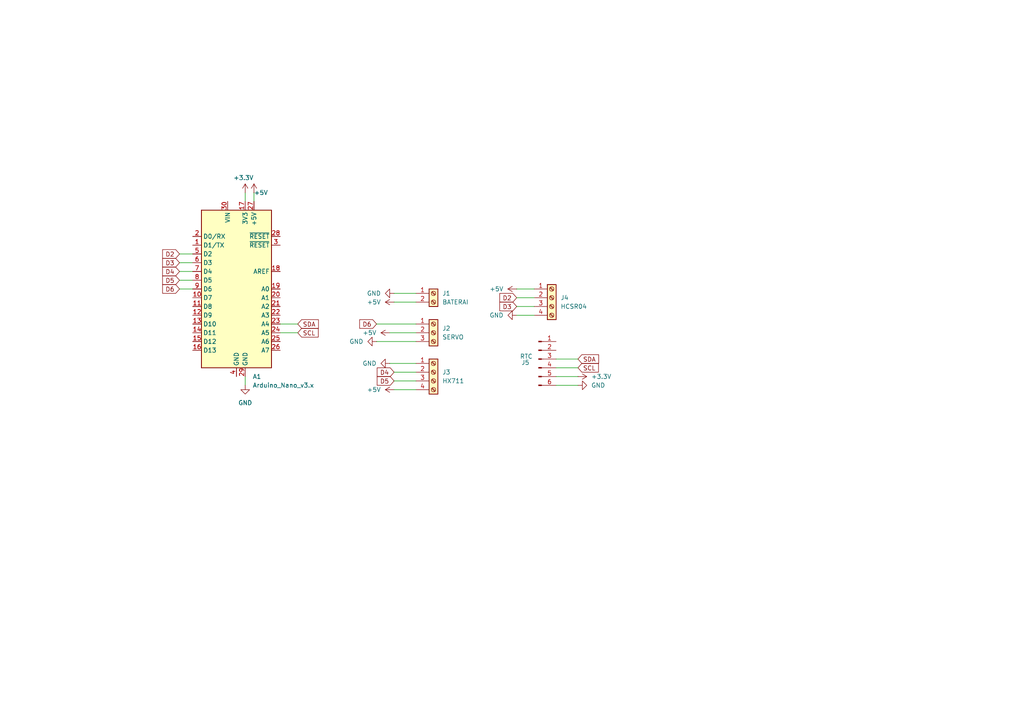
<source format=kicad_sch>
(kicad_sch
	(version 20250114)
	(generator "eeschema")
	(generator_version "9.0")
	(uuid "03d5a449-36f4-49aa-aa82-463a5cf395ff")
	(paper "A4")
	(lib_symbols
		(symbol "Connector:Conn_01x06_Pin"
			(pin_names
				(offset 1.016)
				(hide yes)
			)
			(exclude_from_sim no)
			(in_bom yes)
			(on_board yes)
			(property "Reference" "J"
				(at 0 7.62 0)
				(effects
					(font
						(size 1.27 1.27)
					)
				)
			)
			(property "Value" "Conn_01x06_Pin"
				(at 0 -10.16 0)
				(effects
					(font
						(size 1.27 1.27)
					)
				)
			)
			(property "Footprint" ""
				(at 0 0 0)
				(effects
					(font
						(size 1.27 1.27)
					)
					(hide yes)
				)
			)
			(property "Datasheet" "~"
				(at 0 0 0)
				(effects
					(font
						(size 1.27 1.27)
					)
					(hide yes)
				)
			)
			(property "Description" "Generic connector, single row, 01x06, script generated"
				(at 0 0 0)
				(effects
					(font
						(size 1.27 1.27)
					)
					(hide yes)
				)
			)
			(property "ki_locked" ""
				(at 0 0 0)
				(effects
					(font
						(size 1.27 1.27)
					)
				)
			)
			(property "ki_keywords" "connector"
				(at 0 0 0)
				(effects
					(font
						(size 1.27 1.27)
					)
					(hide yes)
				)
			)
			(property "ki_fp_filters" "Connector*:*_1x??_*"
				(at 0 0 0)
				(effects
					(font
						(size 1.27 1.27)
					)
					(hide yes)
				)
			)
			(symbol "Conn_01x06_Pin_1_1"
				(rectangle
					(start 0.8636 5.207)
					(end 0 4.953)
					(stroke
						(width 0.1524)
						(type default)
					)
					(fill
						(type outline)
					)
				)
				(rectangle
					(start 0.8636 2.667)
					(end 0 2.413)
					(stroke
						(width 0.1524)
						(type default)
					)
					(fill
						(type outline)
					)
				)
				(rectangle
					(start 0.8636 0.127)
					(end 0 -0.127)
					(stroke
						(width 0.1524)
						(type default)
					)
					(fill
						(type outline)
					)
				)
				(rectangle
					(start 0.8636 -2.413)
					(end 0 -2.667)
					(stroke
						(width 0.1524)
						(type default)
					)
					(fill
						(type outline)
					)
				)
				(rectangle
					(start 0.8636 -4.953)
					(end 0 -5.207)
					(stroke
						(width 0.1524)
						(type default)
					)
					(fill
						(type outline)
					)
				)
				(rectangle
					(start 0.8636 -7.493)
					(end 0 -7.747)
					(stroke
						(width 0.1524)
						(type default)
					)
					(fill
						(type outline)
					)
				)
				(polyline
					(pts
						(xy 1.27 5.08) (xy 0.8636 5.08)
					)
					(stroke
						(width 0.1524)
						(type default)
					)
					(fill
						(type none)
					)
				)
				(polyline
					(pts
						(xy 1.27 2.54) (xy 0.8636 2.54)
					)
					(stroke
						(width 0.1524)
						(type default)
					)
					(fill
						(type none)
					)
				)
				(polyline
					(pts
						(xy 1.27 0) (xy 0.8636 0)
					)
					(stroke
						(width 0.1524)
						(type default)
					)
					(fill
						(type none)
					)
				)
				(polyline
					(pts
						(xy 1.27 -2.54) (xy 0.8636 -2.54)
					)
					(stroke
						(width 0.1524)
						(type default)
					)
					(fill
						(type none)
					)
				)
				(polyline
					(pts
						(xy 1.27 -5.08) (xy 0.8636 -5.08)
					)
					(stroke
						(width 0.1524)
						(type default)
					)
					(fill
						(type none)
					)
				)
				(polyline
					(pts
						(xy 1.27 -7.62) (xy 0.8636 -7.62)
					)
					(stroke
						(width 0.1524)
						(type default)
					)
					(fill
						(type none)
					)
				)
				(pin passive line
					(at 5.08 5.08 180)
					(length 3.81)
					(name "Pin_1"
						(effects
							(font
								(size 1.27 1.27)
							)
						)
					)
					(number "1"
						(effects
							(font
								(size 1.27 1.27)
							)
						)
					)
				)
				(pin passive line
					(at 5.08 2.54 180)
					(length 3.81)
					(name "Pin_2"
						(effects
							(font
								(size 1.27 1.27)
							)
						)
					)
					(number "2"
						(effects
							(font
								(size 1.27 1.27)
							)
						)
					)
				)
				(pin passive line
					(at 5.08 0 180)
					(length 3.81)
					(name "Pin_3"
						(effects
							(font
								(size 1.27 1.27)
							)
						)
					)
					(number "3"
						(effects
							(font
								(size 1.27 1.27)
							)
						)
					)
				)
				(pin passive line
					(at 5.08 -2.54 180)
					(length 3.81)
					(name "Pin_4"
						(effects
							(font
								(size 1.27 1.27)
							)
						)
					)
					(number "4"
						(effects
							(font
								(size 1.27 1.27)
							)
						)
					)
				)
				(pin passive line
					(at 5.08 -5.08 180)
					(length 3.81)
					(name "Pin_5"
						(effects
							(font
								(size 1.27 1.27)
							)
						)
					)
					(number "5"
						(effects
							(font
								(size 1.27 1.27)
							)
						)
					)
				)
				(pin passive line
					(at 5.08 -7.62 180)
					(length 3.81)
					(name "Pin_6"
						(effects
							(font
								(size 1.27 1.27)
							)
						)
					)
					(number "6"
						(effects
							(font
								(size 1.27 1.27)
							)
						)
					)
				)
			)
			(embedded_fonts no)
		)
		(symbol "Connector:Screw_Terminal_01x02"
			(pin_names
				(offset 1.016)
				(hide yes)
			)
			(exclude_from_sim no)
			(in_bom yes)
			(on_board yes)
			(property "Reference" "J"
				(at 0 2.54 0)
				(effects
					(font
						(size 1.27 1.27)
					)
				)
			)
			(property "Value" "Screw_Terminal_01x02"
				(at 0 -5.08 0)
				(effects
					(font
						(size 1.27 1.27)
					)
				)
			)
			(property "Footprint" ""
				(at 0 0 0)
				(effects
					(font
						(size 1.27 1.27)
					)
					(hide yes)
				)
			)
			(property "Datasheet" "~"
				(at 0 0 0)
				(effects
					(font
						(size 1.27 1.27)
					)
					(hide yes)
				)
			)
			(property "Description" "Generic screw terminal, single row, 01x02, script generated (kicad-library-utils/schlib/autogen/connector/)"
				(at 0 0 0)
				(effects
					(font
						(size 1.27 1.27)
					)
					(hide yes)
				)
			)
			(property "ki_keywords" "screw terminal"
				(at 0 0 0)
				(effects
					(font
						(size 1.27 1.27)
					)
					(hide yes)
				)
			)
			(property "ki_fp_filters" "TerminalBlock*:*"
				(at 0 0 0)
				(effects
					(font
						(size 1.27 1.27)
					)
					(hide yes)
				)
			)
			(symbol "Screw_Terminal_01x02_1_1"
				(rectangle
					(start -1.27 1.27)
					(end 1.27 -3.81)
					(stroke
						(width 0.254)
						(type default)
					)
					(fill
						(type background)
					)
				)
				(polyline
					(pts
						(xy -0.5334 0.3302) (xy 0.3302 -0.508)
					)
					(stroke
						(width 0.1524)
						(type default)
					)
					(fill
						(type none)
					)
				)
				(polyline
					(pts
						(xy -0.5334 -2.2098) (xy 0.3302 -3.048)
					)
					(stroke
						(width 0.1524)
						(type default)
					)
					(fill
						(type none)
					)
				)
				(polyline
					(pts
						(xy -0.3556 0.508) (xy 0.508 -0.3302)
					)
					(stroke
						(width 0.1524)
						(type default)
					)
					(fill
						(type none)
					)
				)
				(polyline
					(pts
						(xy -0.3556 -2.032) (xy 0.508 -2.8702)
					)
					(stroke
						(width 0.1524)
						(type default)
					)
					(fill
						(type none)
					)
				)
				(circle
					(center 0 0)
					(radius 0.635)
					(stroke
						(width 0.1524)
						(type default)
					)
					(fill
						(type none)
					)
				)
				(circle
					(center 0 -2.54)
					(radius 0.635)
					(stroke
						(width 0.1524)
						(type default)
					)
					(fill
						(type none)
					)
				)
				(pin passive line
					(at -5.08 0 0)
					(length 3.81)
					(name "Pin_1"
						(effects
							(font
								(size 1.27 1.27)
							)
						)
					)
					(number "1"
						(effects
							(font
								(size 1.27 1.27)
							)
						)
					)
				)
				(pin passive line
					(at -5.08 -2.54 0)
					(length 3.81)
					(name "Pin_2"
						(effects
							(font
								(size 1.27 1.27)
							)
						)
					)
					(number "2"
						(effects
							(font
								(size 1.27 1.27)
							)
						)
					)
				)
			)
			(embedded_fonts no)
		)
		(symbol "Connector:Screw_Terminal_01x03"
			(pin_names
				(offset 1.016)
				(hide yes)
			)
			(exclude_from_sim no)
			(in_bom yes)
			(on_board yes)
			(property "Reference" "J"
				(at 0 5.08 0)
				(effects
					(font
						(size 1.27 1.27)
					)
				)
			)
			(property "Value" "Screw_Terminal_01x03"
				(at 0 -5.08 0)
				(effects
					(font
						(size 1.27 1.27)
					)
				)
			)
			(property "Footprint" ""
				(at 0 0 0)
				(effects
					(font
						(size 1.27 1.27)
					)
					(hide yes)
				)
			)
			(property "Datasheet" "~"
				(at 0 0 0)
				(effects
					(font
						(size 1.27 1.27)
					)
					(hide yes)
				)
			)
			(property "Description" "Generic screw terminal, single row, 01x03, script generated (kicad-library-utils/schlib/autogen/connector/)"
				(at 0 0 0)
				(effects
					(font
						(size 1.27 1.27)
					)
					(hide yes)
				)
			)
			(property "ki_keywords" "screw terminal"
				(at 0 0 0)
				(effects
					(font
						(size 1.27 1.27)
					)
					(hide yes)
				)
			)
			(property "ki_fp_filters" "TerminalBlock*:*"
				(at 0 0 0)
				(effects
					(font
						(size 1.27 1.27)
					)
					(hide yes)
				)
			)
			(symbol "Screw_Terminal_01x03_1_1"
				(rectangle
					(start -1.27 3.81)
					(end 1.27 -3.81)
					(stroke
						(width 0.254)
						(type default)
					)
					(fill
						(type background)
					)
				)
				(polyline
					(pts
						(xy -0.5334 2.8702) (xy 0.3302 2.032)
					)
					(stroke
						(width 0.1524)
						(type default)
					)
					(fill
						(type none)
					)
				)
				(polyline
					(pts
						(xy -0.5334 0.3302) (xy 0.3302 -0.508)
					)
					(stroke
						(width 0.1524)
						(type default)
					)
					(fill
						(type none)
					)
				)
				(polyline
					(pts
						(xy -0.5334 -2.2098) (xy 0.3302 -3.048)
					)
					(stroke
						(width 0.1524)
						(type default)
					)
					(fill
						(type none)
					)
				)
				(polyline
					(pts
						(xy -0.3556 3.048) (xy 0.508 2.2098)
					)
					(stroke
						(width 0.1524)
						(type default)
					)
					(fill
						(type none)
					)
				)
				(polyline
					(pts
						(xy -0.3556 0.508) (xy 0.508 -0.3302)
					)
					(stroke
						(width 0.1524)
						(type default)
					)
					(fill
						(type none)
					)
				)
				(polyline
					(pts
						(xy -0.3556 -2.032) (xy 0.508 -2.8702)
					)
					(stroke
						(width 0.1524)
						(type default)
					)
					(fill
						(type none)
					)
				)
				(circle
					(center 0 2.54)
					(radius 0.635)
					(stroke
						(width 0.1524)
						(type default)
					)
					(fill
						(type none)
					)
				)
				(circle
					(center 0 0)
					(radius 0.635)
					(stroke
						(width 0.1524)
						(type default)
					)
					(fill
						(type none)
					)
				)
				(circle
					(center 0 -2.54)
					(radius 0.635)
					(stroke
						(width 0.1524)
						(type default)
					)
					(fill
						(type none)
					)
				)
				(pin passive line
					(at -5.08 2.54 0)
					(length 3.81)
					(name "Pin_1"
						(effects
							(font
								(size 1.27 1.27)
							)
						)
					)
					(number "1"
						(effects
							(font
								(size 1.27 1.27)
							)
						)
					)
				)
				(pin passive line
					(at -5.08 0 0)
					(length 3.81)
					(name "Pin_2"
						(effects
							(font
								(size 1.27 1.27)
							)
						)
					)
					(number "2"
						(effects
							(font
								(size 1.27 1.27)
							)
						)
					)
				)
				(pin passive line
					(at -5.08 -2.54 0)
					(length 3.81)
					(name "Pin_3"
						(effects
							(font
								(size 1.27 1.27)
							)
						)
					)
					(number "3"
						(effects
							(font
								(size 1.27 1.27)
							)
						)
					)
				)
			)
			(embedded_fonts no)
		)
		(symbol "Connector:Screw_Terminal_01x04"
			(pin_names
				(offset 1.016)
				(hide yes)
			)
			(exclude_from_sim no)
			(in_bom yes)
			(on_board yes)
			(property "Reference" "J"
				(at 0 5.08 0)
				(effects
					(font
						(size 1.27 1.27)
					)
				)
			)
			(property "Value" "Screw_Terminal_01x04"
				(at 0 -7.62 0)
				(effects
					(font
						(size 1.27 1.27)
					)
				)
			)
			(property "Footprint" ""
				(at 0 0 0)
				(effects
					(font
						(size 1.27 1.27)
					)
					(hide yes)
				)
			)
			(property "Datasheet" "~"
				(at 0 0 0)
				(effects
					(font
						(size 1.27 1.27)
					)
					(hide yes)
				)
			)
			(property "Description" "Generic screw terminal, single row, 01x04, script generated (kicad-library-utils/schlib/autogen/connector/)"
				(at 0 0 0)
				(effects
					(font
						(size 1.27 1.27)
					)
					(hide yes)
				)
			)
			(property "ki_keywords" "screw terminal"
				(at 0 0 0)
				(effects
					(font
						(size 1.27 1.27)
					)
					(hide yes)
				)
			)
			(property "ki_fp_filters" "TerminalBlock*:*"
				(at 0 0 0)
				(effects
					(font
						(size 1.27 1.27)
					)
					(hide yes)
				)
			)
			(symbol "Screw_Terminal_01x04_1_1"
				(rectangle
					(start -1.27 3.81)
					(end 1.27 -6.35)
					(stroke
						(width 0.254)
						(type default)
					)
					(fill
						(type background)
					)
				)
				(polyline
					(pts
						(xy -0.5334 2.8702) (xy 0.3302 2.032)
					)
					(stroke
						(width 0.1524)
						(type default)
					)
					(fill
						(type none)
					)
				)
				(polyline
					(pts
						(xy -0.5334 0.3302) (xy 0.3302 -0.508)
					)
					(stroke
						(width 0.1524)
						(type default)
					)
					(fill
						(type none)
					)
				)
				(polyline
					(pts
						(xy -0.5334 -2.2098) (xy 0.3302 -3.048)
					)
					(stroke
						(width 0.1524)
						(type default)
					)
					(fill
						(type none)
					)
				)
				(polyline
					(pts
						(xy -0.5334 -4.7498) (xy 0.3302 -5.588)
					)
					(stroke
						(width 0.1524)
						(type default)
					)
					(fill
						(type none)
					)
				)
				(polyline
					(pts
						(xy -0.3556 3.048) (xy 0.508 2.2098)
					)
					(stroke
						(width 0.1524)
						(type default)
					)
					(fill
						(type none)
					)
				)
				(polyline
					(pts
						(xy -0.3556 0.508) (xy 0.508 -0.3302)
					)
					(stroke
						(width 0.1524)
						(type default)
					)
					(fill
						(type none)
					)
				)
				(polyline
					(pts
						(xy -0.3556 -2.032) (xy 0.508 -2.8702)
					)
					(stroke
						(width 0.1524)
						(type default)
					)
					(fill
						(type none)
					)
				)
				(polyline
					(pts
						(xy -0.3556 -4.572) (xy 0.508 -5.4102)
					)
					(stroke
						(width 0.1524)
						(type default)
					)
					(fill
						(type none)
					)
				)
				(circle
					(center 0 2.54)
					(radius 0.635)
					(stroke
						(width 0.1524)
						(type default)
					)
					(fill
						(type none)
					)
				)
				(circle
					(center 0 0)
					(radius 0.635)
					(stroke
						(width 0.1524)
						(type default)
					)
					(fill
						(type none)
					)
				)
				(circle
					(center 0 -2.54)
					(radius 0.635)
					(stroke
						(width 0.1524)
						(type default)
					)
					(fill
						(type none)
					)
				)
				(circle
					(center 0 -5.08)
					(radius 0.635)
					(stroke
						(width 0.1524)
						(type default)
					)
					(fill
						(type none)
					)
				)
				(pin passive line
					(at -5.08 2.54 0)
					(length 3.81)
					(name "Pin_1"
						(effects
							(font
								(size 1.27 1.27)
							)
						)
					)
					(number "1"
						(effects
							(font
								(size 1.27 1.27)
							)
						)
					)
				)
				(pin passive line
					(at -5.08 0 0)
					(length 3.81)
					(name "Pin_2"
						(effects
							(font
								(size 1.27 1.27)
							)
						)
					)
					(number "2"
						(effects
							(font
								(size 1.27 1.27)
							)
						)
					)
				)
				(pin passive line
					(at -5.08 -2.54 0)
					(length 3.81)
					(name "Pin_3"
						(effects
							(font
								(size 1.27 1.27)
							)
						)
					)
					(number "3"
						(effects
							(font
								(size 1.27 1.27)
							)
						)
					)
				)
				(pin passive line
					(at -5.08 -5.08 0)
					(length 3.81)
					(name "Pin_4"
						(effects
							(font
								(size 1.27 1.27)
							)
						)
					)
					(number "4"
						(effects
							(font
								(size 1.27 1.27)
							)
						)
					)
				)
			)
			(embedded_fonts no)
		)
		(symbol "MCU_Module:Arduino_Nano_v3.x"
			(exclude_from_sim no)
			(in_bom yes)
			(on_board yes)
			(property "Reference" "A"
				(at -10.16 23.495 0)
				(effects
					(font
						(size 1.27 1.27)
					)
					(justify left bottom)
				)
			)
			(property "Value" "Arduino_Nano_v3.x"
				(at 5.08 -24.13 0)
				(effects
					(font
						(size 1.27 1.27)
					)
					(justify left top)
				)
			)
			(property "Footprint" "Module:Arduino_Nano"
				(at 0 0 0)
				(effects
					(font
						(size 1.27 1.27)
						(italic yes)
					)
					(hide yes)
				)
			)
			(property "Datasheet" "http://www.mouser.com/pdfdocs/Gravitech_Arduino_Nano3_0.pdf"
				(at 0 0 0)
				(effects
					(font
						(size 1.27 1.27)
					)
					(hide yes)
				)
			)
			(property "Description" "Arduino Nano v3.x"
				(at 0 0 0)
				(effects
					(font
						(size 1.27 1.27)
					)
					(hide yes)
				)
			)
			(property "ki_keywords" "Arduino nano microcontroller module USB"
				(at 0 0 0)
				(effects
					(font
						(size 1.27 1.27)
					)
					(hide yes)
				)
			)
			(property "ki_fp_filters" "Arduino*Nano*"
				(at 0 0 0)
				(effects
					(font
						(size 1.27 1.27)
					)
					(hide yes)
				)
			)
			(symbol "Arduino_Nano_v3.x_0_1"
				(rectangle
					(start -10.16 22.86)
					(end 10.16 -22.86)
					(stroke
						(width 0.254)
						(type default)
					)
					(fill
						(type background)
					)
				)
			)
			(symbol "Arduino_Nano_v3.x_1_1"
				(pin bidirectional line
					(at -12.7 15.24 0)
					(length 2.54)
					(name "D0/RX"
						(effects
							(font
								(size 1.27 1.27)
							)
						)
					)
					(number "2"
						(effects
							(font
								(size 1.27 1.27)
							)
						)
					)
				)
				(pin bidirectional line
					(at -12.7 12.7 0)
					(length 2.54)
					(name "D1/TX"
						(effects
							(font
								(size 1.27 1.27)
							)
						)
					)
					(number "1"
						(effects
							(font
								(size 1.27 1.27)
							)
						)
					)
				)
				(pin bidirectional line
					(at -12.7 10.16 0)
					(length 2.54)
					(name "D2"
						(effects
							(font
								(size 1.27 1.27)
							)
						)
					)
					(number "5"
						(effects
							(font
								(size 1.27 1.27)
							)
						)
					)
				)
				(pin bidirectional line
					(at -12.7 7.62 0)
					(length 2.54)
					(name "D3"
						(effects
							(font
								(size 1.27 1.27)
							)
						)
					)
					(number "6"
						(effects
							(font
								(size 1.27 1.27)
							)
						)
					)
				)
				(pin bidirectional line
					(at -12.7 5.08 0)
					(length 2.54)
					(name "D4"
						(effects
							(font
								(size 1.27 1.27)
							)
						)
					)
					(number "7"
						(effects
							(font
								(size 1.27 1.27)
							)
						)
					)
				)
				(pin bidirectional line
					(at -12.7 2.54 0)
					(length 2.54)
					(name "D5"
						(effects
							(font
								(size 1.27 1.27)
							)
						)
					)
					(number "8"
						(effects
							(font
								(size 1.27 1.27)
							)
						)
					)
				)
				(pin bidirectional line
					(at -12.7 0 0)
					(length 2.54)
					(name "D6"
						(effects
							(font
								(size 1.27 1.27)
							)
						)
					)
					(number "9"
						(effects
							(font
								(size 1.27 1.27)
							)
						)
					)
				)
				(pin bidirectional line
					(at -12.7 -2.54 0)
					(length 2.54)
					(name "D7"
						(effects
							(font
								(size 1.27 1.27)
							)
						)
					)
					(number "10"
						(effects
							(font
								(size 1.27 1.27)
							)
						)
					)
				)
				(pin bidirectional line
					(at -12.7 -5.08 0)
					(length 2.54)
					(name "D8"
						(effects
							(font
								(size 1.27 1.27)
							)
						)
					)
					(number "11"
						(effects
							(font
								(size 1.27 1.27)
							)
						)
					)
				)
				(pin bidirectional line
					(at -12.7 -7.62 0)
					(length 2.54)
					(name "D9"
						(effects
							(font
								(size 1.27 1.27)
							)
						)
					)
					(number "12"
						(effects
							(font
								(size 1.27 1.27)
							)
						)
					)
				)
				(pin bidirectional line
					(at -12.7 -10.16 0)
					(length 2.54)
					(name "D10"
						(effects
							(font
								(size 1.27 1.27)
							)
						)
					)
					(number "13"
						(effects
							(font
								(size 1.27 1.27)
							)
						)
					)
				)
				(pin bidirectional line
					(at -12.7 -12.7 0)
					(length 2.54)
					(name "D11"
						(effects
							(font
								(size 1.27 1.27)
							)
						)
					)
					(number "14"
						(effects
							(font
								(size 1.27 1.27)
							)
						)
					)
				)
				(pin bidirectional line
					(at -12.7 -15.24 0)
					(length 2.54)
					(name "D12"
						(effects
							(font
								(size 1.27 1.27)
							)
						)
					)
					(number "15"
						(effects
							(font
								(size 1.27 1.27)
							)
						)
					)
				)
				(pin bidirectional line
					(at -12.7 -17.78 0)
					(length 2.54)
					(name "D13"
						(effects
							(font
								(size 1.27 1.27)
							)
						)
					)
					(number "16"
						(effects
							(font
								(size 1.27 1.27)
							)
						)
					)
				)
				(pin power_in line
					(at -2.54 25.4 270)
					(length 2.54)
					(name "VIN"
						(effects
							(font
								(size 1.27 1.27)
							)
						)
					)
					(number "30"
						(effects
							(font
								(size 1.27 1.27)
							)
						)
					)
				)
				(pin power_in line
					(at 0 -25.4 90)
					(length 2.54)
					(name "GND"
						(effects
							(font
								(size 1.27 1.27)
							)
						)
					)
					(number "4"
						(effects
							(font
								(size 1.27 1.27)
							)
						)
					)
				)
				(pin power_out line
					(at 2.54 25.4 270)
					(length 2.54)
					(name "3V3"
						(effects
							(font
								(size 1.27 1.27)
							)
						)
					)
					(number "17"
						(effects
							(font
								(size 1.27 1.27)
							)
						)
					)
				)
				(pin power_in line
					(at 2.54 -25.4 90)
					(length 2.54)
					(name "GND"
						(effects
							(font
								(size 1.27 1.27)
							)
						)
					)
					(number "29"
						(effects
							(font
								(size 1.27 1.27)
							)
						)
					)
				)
				(pin power_out line
					(at 5.08 25.4 270)
					(length 2.54)
					(name "+5V"
						(effects
							(font
								(size 1.27 1.27)
							)
						)
					)
					(number "27"
						(effects
							(font
								(size 1.27 1.27)
							)
						)
					)
				)
				(pin input line
					(at 12.7 15.24 180)
					(length 2.54)
					(name "~{RESET}"
						(effects
							(font
								(size 1.27 1.27)
							)
						)
					)
					(number "28"
						(effects
							(font
								(size 1.27 1.27)
							)
						)
					)
				)
				(pin input line
					(at 12.7 12.7 180)
					(length 2.54)
					(name "~{RESET}"
						(effects
							(font
								(size 1.27 1.27)
							)
						)
					)
					(number "3"
						(effects
							(font
								(size 1.27 1.27)
							)
						)
					)
				)
				(pin input line
					(at 12.7 5.08 180)
					(length 2.54)
					(name "AREF"
						(effects
							(font
								(size 1.27 1.27)
							)
						)
					)
					(number "18"
						(effects
							(font
								(size 1.27 1.27)
							)
						)
					)
				)
				(pin bidirectional line
					(at 12.7 0 180)
					(length 2.54)
					(name "A0"
						(effects
							(font
								(size 1.27 1.27)
							)
						)
					)
					(number "19"
						(effects
							(font
								(size 1.27 1.27)
							)
						)
					)
				)
				(pin bidirectional line
					(at 12.7 -2.54 180)
					(length 2.54)
					(name "A1"
						(effects
							(font
								(size 1.27 1.27)
							)
						)
					)
					(number "20"
						(effects
							(font
								(size 1.27 1.27)
							)
						)
					)
				)
				(pin bidirectional line
					(at 12.7 -5.08 180)
					(length 2.54)
					(name "A2"
						(effects
							(font
								(size 1.27 1.27)
							)
						)
					)
					(number "21"
						(effects
							(font
								(size 1.27 1.27)
							)
						)
					)
				)
				(pin bidirectional line
					(at 12.7 -7.62 180)
					(length 2.54)
					(name "A3"
						(effects
							(font
								(size 1.27 1.27)
							)
						)
					)
					(number "22"
						(effects
							(font
								(size 1.27 1.27)
							)
						)
					)
				)
				(pin bidirectional line
					(at 12.7 -10.16 180)
					(length 2.54)
					(name "A4"
						(effects
							(font
								(size 1.27 1.27)
							)
						)
					)
					(number "23"
						(effects
							(font
								(size 1.27 1.27)
							)
						)
					)
				)
				(pin bidirectional line
					(at 12.7 -12.7 180)
					(length 2.54)
					(name "A5"
						(effects
							(font
								(size 1.27 1.27)
							)
						)
					)
					(number "24"
						(effects
							(font
								(size 1.27 1.27)
							)
						)
					)
				)
				(pin bidirectional line
					(at 12.7 -15.24 180)
					(length 2.54)
					(name "A6"
						(effects
							(font
								(size 1.27 1.27)
							)
						)
					)
					(number "25"
						(effects
							(font
								(size 1.27 1.27)
							)
						)
					)
				)
				(pin bidirectional line
					(at 12.7 -17.78 180)
					(length 2.54)
					(name "A7"
						(effects
							(font
								(size 1.27 1.27)
							)
						)
					)
					(number "26"
						(effects
							(font
								(size 1.27 1.27)
							)
						)
					)
				)
			)
			(embedded_fonts no)
		)
		(symbol "power:+3.3V"
			(power)
			(pin_numbers
				(hide yes)
			)
			(pin_names
				(offset 0)
				(hide yes)
			)
			(exclude_from_sim no)
			(in_bom yes)
			(on_board yes)
			(property "Reference" "#PWR"
				(at 0 -3.81 0)
				(effects
					(font
						(size 1.27 1.27)
					)
					(hide yes)
				)
			)
			(property "Value" "+3.3V"
				(at 0 3.556 0)
				(effects
					(font
						(size 1.27 1.27)
					)
				)
			)
			(property "Footprint" ""
				(at 0 0 0)
				(effects
					(font
						(size 1.27 1.27)
					)
					(hide yes)
				)
			)
			(property "Datasheet" ""
				(at 0 0 0)
				(effects
					(font
						(size 1.27 1.27)
					)
					(hide yes)
				)
			)
			(property "Description" "Power symbol creates a global label with name \"+3.3V\""
				(at 0 0 0)
				(effects
					(font
						(size 1.27 1.27)
					)
					(hide yes)
				)
			)
			(property "ki_keywords" "global power"
				(at 0 0 0)
				(effects
					(font
						(size 1.27 1.27)
					)
					(hide yes)
				)
			)
			(symbol "+3.3V_0_1"
				(polyline
					(pts
						(xy -0.762 1.27) (xy 0 2.54)
					)
					(stroke
						(width 0)
						(type default)
					)
					(fill
						(type none)
					)
				)
				(polyline
					(pts
						(xy 0 2.54) (xy 0.762 1.27)
					)
					(stroke
						(width 0)
						(type default)
					)
					(fill
						(type none)
					)
				)
				(polyline
					(pts
						(xy 0 0) (xy 0 2.54)
					)
					(stroke
						(width 0)
						(type default)
					)
					(fill
						(type none)
					)
				)
			)
			(symbol "+3.3V_1_1"
				(pin power_in line
					(at 0 0 90)
					(length 0)
					(name "~"
						(effects
							(font
								(size 1.27 1.27)
							)
						)
					)
					(number "1"
						(effects
							(font
								(size 1.27 1.27)
							)
						)
					)
				)
			)
			(embedded_fonts no)
		)
		(symbol "power:+5V"
			(power)
			(pin_numbers
				(hide yes)
			)
			(pin_names
				(offset 0)
				(hide yes)
			)
			(exclude_from_sim no)
			(in_bom yes)
			(on_board yes)
			(property "Reference" "#PWR"
				(at 0 -3.81 0)
				(effects
					(font
						(size 1.27 1.27)
					)
					(hide yes)
				)
			)
			(property "Value" "+5V"
				(at 0 3.556 0)
				(effects
					(font
						(size 1.27 1.27)
					)
				)
			)
			(property "Footprint" ""
				(at 0 0 0)
				(effects
					(font
						(size 1.27 1.27)
					)
					(hide yes)
				)
			)
			(property "Datasheet" ""
				(at 0 0 0)
				(effects
					(font
						(size 1.27 1.27)
					)
					(hide yes)
				)
			)
			(property "Description" "Power symbol creates a global label with name \"+5V\""
				(at 0 0 0)
				(effects
					(font
						(size 1.27 1.27)
					)
					(hide yes)
				)
			)
			(property "ki_keywords" "global power"
				(at 0 0 0)
				(effects
					(font
						(size 1.27 1.27)
					)
					(hide yes)
				)
			)
			(symbol "+5V_0_1"
				(polyline
					(pts
						(xy -0.762 1.27) (xy 0 2.54)
					)
					(stroke
						(width 0)
						(type default)
					)
					(fill
						(type none)
					)
				)
				(polyline
					(pts
						(xy 0 2.54) (xy 0.762 1.27)
					)
					(stroke
						(width 0)
						(type default)
					)
					(fill
						(type none)
					)
				)
				(polyline
					(pts
						(xy 0 0) (xy 0 2.54)
					)
					(stroke
						(width 0)
						(type default)
					)
					(fill
						(type none)
					)
				)
			)
			(symbol "+5V_1_1"
				(pin power_in line
					(at 0 0 90)
					(length 0)
					(name "~"
						(effects
							(font
								(size 1.27 1.27)
							)
						)
					)
					(number "1"
						(effects
							(font
								(size 1.27 1.27)
							)
						)
					)
				)
			)
			(embedded_fonts no)
		)
		(symbol "power:GND"
			(power)
			(pin_numbers
				(hide yes)
			)
			(pin_names
				(offset 0)
				(hide yes)
			)
			(exclude_from_sim no)
			(in_bom yes)
			(on_board yes)
			(property "Reference" "#PWR"
				(at 0 -6.35 0)
				(effects
					(font
						(size 1.27 1.27)
					)
					(hide yes)
				)
			)
			(property "Value" "GND"
				(at 0 -3.81 0)
				(effects
					(font
						(size 1.27 1.27)
					)
				)
			)
			(property "Footprint" ""
				(at 0 0 0)
				(effects
					(font
						(size 1.27 1.27)
					)
					(hide yes)
				)
			)
			(property "Datasheet" ""
				(at 0 0 0)
				(effects
					(font
						(size 1.27 1.27)
					)
					(hide yes)
				)
			)
			(property "Description" "Power symbol creates a global label with name \"GND\" , ground"
				(at 0 0 0)
				(effects
					(font
						(size 1.27 1.27)
					)
					(hide yes)
				)
			)
			(property "ki_keywords" "global power"
				(at 0 0 0)
				(effects
					(font
						(size 1.27 1.27)
					)
					(hide yes)
				)
			)
			(symbol "GND_0_1"
				(polyline
					(pts
						(xy 0 0) (xy 0 -1.27) (xy 1.27 -1.27) (xy 0 -2.54) (xy -1.27 -1.27) (xy 0 -1.27)
					)
					(stroke
						(width 0)
						(type default)
					)
					(fill
						(type none)
					)
				)
			)
			(symbol "GND_1_1"
				(pin power_in line
					(at 0 0 270)
					(length 0)
					(name "~"
						(effects
							(font
								(size 1.27 1.27)
							)
						)
					)
					(number "1"
						(effects
							(font
								(size 1.27 1.27)
							)
						)
					)
				)
			)
			(embedded_fonts no)
		)
	)
	(wire
		(pts
			(xy 73.66 55.88) (xy 73.66 58.42)
		)
		(stroke
			(width 0)
			(type default)
		)
		(uuid "00378ced-b8c2-457f-b35b-76b25738e6f3")
	)
	(wire
		(pts
			(xy 114.3 87.63) (xy 120.65 87.63)
		)
		(stroke
			(width 0)
			(type default)
		)
		(uuid "09136008-7cfa-4ab1-a058-8fe332df40a9")
	)
	(wire
		(pts
			(xy 81.28 96.52) (xy 86.36 96.52)
		)
		(stroke
			(width 0)
			(type default)
		)
		(uuid "0d92e996-815f-43bd-8fe6-a908647ca59b")
	)
	(wire
		(pts
			(xy 113.03 105.41) (xy 120.65 105.41)
		)
		(stroke
			(width 0)
			(type default)
		)
		(uuid "1101cf97-20bc-421d-beeb-d487bcf86db0")
	)
	(wire
		(pts
			(xy 52.07 78.74) (xy 55.88 78.74)
		)
		(stroke
			(width 0)
			(type default)
		)
		(uuid "134afac5-69f7-4ac5-9707-d028d695bfe6")
	)
	(wire
		(pts
			(xy 161.29 106.68) (xy 167.64 106.68)
		)
		(stroke
			(width 0)
			(type default)
		)
		(uuid "151adfc8-c4de-4a35-9429-9ed9d0cbf81d")
	)
	(wire
		(pts
			(xy 52.07 81.28) (xy 55.88 81.28)
		)
		(stroke
			(width 0)
			(type default)
		)
		(uuid "1ea2c78f-bef3-40dc-80c0-100066e89688")
	)
	(wire
		(pts
			(xy 161.29 109.22) (xy 167.64 109.22)
		)
		(stroke
			(width 0)
			(type default)
		)
		(uuid "28c35583-d70a-49a2-85eb-5b59587ff917")
	)
	(wire
		(pts
			(xy 149.86 88.9) (xy 154.94 88.9)
		)
		(stroke
			(width 0)
			(type default)
		)
		(uuid "479bc595-4cbd-4efe-8f07-c339e8f9d9b3")
	)
	(wire
		(pts
			(xy 149.86 91.44) (xy 154.94 91.44)
		)
		(stroke
			(width 0)
			(type default)
		)
		(uuid "4ce0b504-2f79-4e0a-a13b-5b7c0814da31")
	)
	(wire
		(pts
			(xy 149.86 83.82) (xy 154.94 83.82)
		)
		(stroke
			(width 0)
			(type default)
		)
		(uuid "4cfff5c6-ac46-4d50-967c-9f8bc6491ee1")
	)
	(wire
		(pts
			(xy 52.07 83.82) (xy 55.88 83.82)
		)
		(stroke
			(width 0)
			(type default)
		)
		(uuid "64dab1c0-aa55-4e7e-93e9-931844df8118")
	)
	(wire
		(pts
			(xy 114.3 110.49) (xy 120.65 110.49)
		)
		(stroke
			(width 0)
			(type default)
		)
		(uuid "698a9332-62f2-4596-a4e6-e4228c67aaf0")
	)
	(wire
		(pts
			(xy 52.07 73.66) (xy 55.88 73.66)
		)
		(stroke
			(width 0)
			(type default)
		)
		(uuid "6ec119e5-db02-41c6-aa12-78e391374794")
	)
	(wire
		(pts
			(xy 161.29 111.76) (xy 167.64 111.76)
		)
		(stroke
			(width 0)
			(type default)
		)
		(uuid "7bcf285f-bc15-4b4a-a499-6b18cb76fab8")
	)
	(wire
		(pts
			(xy 109.22 93.98) (xy 120.65 93.98)
		)
		(stroke
			(width 0)
			(type default)
		)
		(uuid "8fa1b240-92ff-46be-9017-fef6b8c6dfd7")
	)
	(wire
		(pts
			(xy 114.3 107.95) (xy 120.65 107.95)
		)
		(stroke
			(width 0)
			(type default)
		)
		(uuid "8ffce95f-6de5-4345-a580-4ca2def07212")
	)
	(wire
		(pts
			(xy 113.03 96.52) (xy 120.65 96.52)
		)
		(stroke
			(width 0)
			(type default)
		)
		(uuid "986b97dd-3774-49c7-bd29-5c38c55d0e90")
	)
	(wire
		(pts
			(xy 52.07 76.2) (xy 55.88 76.2)
		)
		(stroke
			(width 0)
			(type default)
		)
		(uuid "ade344ef-072b-45e5-9a24-297b33aa639f")
	)
	(wire
		(pts
			(xy 161.29 104.14) (xy 167.64 104.14)
		)
		(stroke
			(width 0)
			(type default)
		)
		(uuid "b24e17aa-736d-4e0e-860a-fd8264abd307")
	)
	(wire
		(pts
			(xy 71.12 55.88) (xy 71.12 58.42)
		)
		(stroke
			(width 0)
			(type default)
		)
		(uuid "b463a3e8-d929-4250-9dc1-063310427a4a")
	)
	(wire
		(pts
			(xy 109.22 99.06) (xy 120.65 99.06)
		)
		(stroke
			(width 0)
			(type default)
		)
		(uuid "b95dac6e-0f56-40f9-beef-490299dea0ca")
	)
	(wire
		(pts
			(xy 114.3 113.03) (xy 120.65 113.03)
		)
		(stroke
			(width 0)
			(type default)
		)
		(uuid "c39ffd05-48a3-4516-8ed3-5c26d5670ac9")
	)
	(wire
		(pts
			(xy 81.28 93.98) (xy 86.36 93.98)
		)
		(stroke
			(width 0)
			(type default)
		)
		(uuid "cc53f908-3322-4e6d-bc0d-2a8a80ac475c")
	)
	(wire
		(pts
			(xy 71.12 109.22) (xy 71.12 111.76)
		)
		(stroke
			(width 0)
			(type default)
		)
		(uuid "e078be78-efeb-40fd-acd1-9f97b0f7a5d5")
	)
	(wire
		(pts
			(xy 114.3 85.09) (xy 120.65 85.09)
		)
		(stroke
			(width 0)
			(type default)
		)
		(uuid "f001630b-6296-4a0a-bd81-74630d7cf68b")
	)
	(wire
		(pts
			(xy 149.86 86.36) (xy 154.94 86.36)
		)
		(stroke
			(width 0)
			(type default)
		)
		(uuid "f9475cee-7f88-47c9-93a6-f57961a9bd14")
	)
	(global_label "D5"
		(shape input)
		(at 52.07 81.28 180)
		(fields_autoplaced yes)
		(effects
			(font
				(size 1.27 1.27)
			)
			(justify right)
		)
		(uuid "06716b9f-1a2b-47ac-acf8-60577e441e53")
		(property "Intersheetrefs" "${INTERSHEET_REFS}"
			(at 46.6053 81.28 0)
			(effects
				(font
					(size 1.27 1.27)
				)
				(justify right)
				(hide yes)
			)
		)
	)
	(global_label "D5"
		(shape input)
		(at 114.3 110.49 180)
		(fields_autoplaced yes)
		(effects
			(font
				(size 1.27 1.27)
			)
			(justify right)
		)
		(uuid "183bf865-7e1f-466e-bd23-e984835c7b02")
		(property "Intersheetrefs" "${INTERSHEET_REFS}"
			(at 108.8353 110.49 0)
			(effects
				(font
					(size 1.27 1.27)
				)
				(justify right)
				(hide yes)
			)
		)
	)
	(global_label "D2"
		(shape input)
		(at 149.86 86.36 180)
		(fields_autoplaced yes)
		(effects
			(font
				(size 1.27 1.27)
			)
			(justify right)
		)
		(uuid "2bfd7423-a61c-4c2c-ac6f-4124dda94119")
		(property "Intersheetrefs" "${INTERSHEET_REFS}"
			(at 144.3953 86.36 0)
			(effects
				(font
					(size 1.27 1.27)
				)
				(justify right)
				(hide yes)
			)
		)
	)
	(global_label "SDA"
		(shape input)
		(at 86.36 93.98 0)
		(fields_autoplaced yes)
		(effects
			(font
				(size 1.27 1.27)
			)
			(justify left)
		)
		(uuid "56772791-2f6c-4120-8a69-27a5354841cb")
		(property "Intersheetrefs" "${INTERSHEET_REFS}"
			(at 92.9133 93.98 0)
			(effects
				(font
					(size 1.27 1.27)
				)
				(justify left)
				(hide yes)
			)
		)
	)
	(global_label "D4"
		(shape input)
		(at 52.07 78.74 180)
		(fields_autoplaced yes)
		(effects
			(font
				(size 1.27 1.27)
			)
			(justify right)
		)
		(uuid "5730b785-4c7b-4179-8a3e-6d89f8ae6107")
		(property "Intersheetrefs" "${INTERSHEET_REFS}"
			(at 46.6053 78.74 0)
			(effects
				(font
					(size 1.27 1.27)
				)
				(justify right)
				(hide yes)
			)
		)
	)
	(global_label "D6"
		(shape input)
		(at 109.22 93.98 180)
		(fields_autoplaced yes)
		(effects
			(font
				(size 1.27 1.27)
			)
			(justify right)
		)
		(uuid "7b41df66-2ee4-4f2f-af7d-a77e91b117e6")
		(property "Intersheetrefs" "${INTERSHEET_REFS}"
			(at 103.7553 93.98 0)
			(effects
				(font
					(size 1.27 1.27)
				)
				(justify right)
				(hide yes)
			)
		)
	)
	(global_label "SDA"
		(shape input)
		(at 167.64 104.14 0)
		(fields_autoplaced yes)
		(effects
			(font
				(size 1.27 1.27)
			)
			(justify left)
		)
		(uuid "a9332619-7120-4639-9f08-6ee3a0f65ec4")
		(property "Intersheetrefs" "${INTERSHEET_REFS}"
			(at 174.1933 104.14 0)
			(effects
				(font
					(size 1.27 1.27)
				)
				(justify left)
				(hide yes)
			)
		)
	)
	(global_label "SCL"
		(shape input)
		(at 167.64 106.68 0)
		(fields_autoplaced yes)
		(effects
			(font
				(size 1.27 1.27)
			)
			(justify left)
		)
		(uuid "b4b4fa2d-a744-4fb3-9597-d5f398438937")
		(property "Intersheetrefs" "${INTERSHEET_REFS}"
			(at 174.1328 106.68 0)
			(effects
				(font
					(size 1.27 1.27)
				)
				(justify left)
				(hide yes)
			)
		)
	)
	(global_label "SCL"
		(shape input)
		(at 86.36 96.52 0)
		(fields_autoplaced yes)
		(effects
			(font
				(size 1.27 1.27)
			)
			(justify left)
		)
		(uuid "c7c3f12b-48f5-478c-9122-d284ef1df1a9")
		(property "Intersheetrefs" "${INTERSHEET_REFS}"
			(at 92.8528 96.52 0)
			(effects
				(font
					(size 1.27 1.27)
				)
				(justify left)
				(hide yes)
			)
		)
	)
	(global_label "D3"
		(shape input)
		(at 52.07 76.2 180)
		(fields_autoplaced yes)
		(effects
			(font
				(size 1.27 1.27)
			)
			(justify right)
		)
		(uuid "d8489d66-41fe-4a87-b934-756bf533d710")
		(property "Intersheetrefs" "${INTERSHEET_REFS}"
			(at 46.6053 76.2 0)
			(effects
				(font
					(size 1.27 1.27)
				)
				(justify right)
				(hide yes)
			)
		)
	)
	(global_label "D2"
		(shape input)
		(at 52.07 73.66 180)
		(fields_autoplaced yes)
		(effects
			(font
				(size 1.27 1.27)
			)
			(justify right)
		)
		(uuid "da0c711f-cfa2-4aec-ab47-ff98aad3d6fc")
		(property "Intersheetrefs" "${INTERSHEET_REFS}"
			(at 46.6053 73.66 0)
			(effects
				(font
					(size 1.27 1.27)
				)
				(justify right)
				(hide yes)
			)
		)
	)
	(global_label "D3"
		(shape input)
		(at 149.86 88.9 180)
		(fields_autoplaced yes)
		(effects
			(font
				(size 1.27 1.27)
			)
			(justify right)
		)
		(uuid "e9786ef5-ac4c-496f-ac23-4b11a9d220f1")
		(property "Intersheetrefs" "${INTERSHEET_REFS}"
			(at 144.3953 88.9 0)
			(effects
				(font
					(size 1.27 1.27)
				)
				(justify right)
				(hide yes)
			)
		)
	)
	(global_label "D4"
		(shape input)
		(at 114.3 107.95 180)
		(fields_autoplaced yes)
		(effects
			(font
				(size 1.27 1.27)
			)
			(justify right)
		)
		(uuid "fc234708-bec5-405f-9f9e-c9f8db007a93")
		(property "Intersheetrefs" "${INTERSHEET_REFS}"
			(at 108.8353 107.95 0)
			(effects
				(font
					(size 1.27 1.27)
				)
				(justify right)
				(hide yes)
			)
		)
	)
	(global_label "D6"
		(shape input)
		(at 52.07 83.82 180)
		(fields_autoplaced yes)
		(effects
			(font
				(size 1.27 1.27)
			)
			(justify right)
		)
		(uuid "fcb3a9b6-b01d-40a3-96aa-c7ea1995a704")
		(property "Intersheetrefs" "${INTERSHEET_REFS}"
			(at 46.6053 83.82 0)
			(effects
				(font
					(size 1.27 1.27)
				)
				(justify right)
				(hide yes)
			)
		)
	)
	(symbol
		(lib_id "power:+5V")
		(at 114.3 113.03 90)
		(unit 1)
		(exclude_from_sim no)
		(in_bom yes)
		(on_board yes)
		(dnp no)
		(fields_autoplaced yes)
		(uuid "000718fe-73e7-4a86-b150-043c04c75d41")
		(property "Reference" "#PWR08"
			(at 118.11 113.03 0)
			(effects
				(font
					(size 1.27 1.27)
				)
				(hide yes)
			)
		)
		(property "Value" "+5V"
			(at 110.49 113.0299 90)
			(effects
				(font
					(size 1.27 1.27)
				)
				(justify left)
			)
		)
		(property "Footprint" ""
			(at 114.3 113.03 0)
			(effects
				(font
					(size 1.27 1.27)
				)
				(hide yes)
			)
		)
		(property "Datasheet" ""
			(at 114.3 113.03 0)
			(effects
				(font
					(size 1.27 1.27)
				)
				(hide yes)
			)
		)
		(property "Description" "Power symbol creates a global label with name \"+5V\""
			(at 114.3 113.03 0)
			(effects
				(font
					(size 1.27 1.27)
				)
				(hide yes)
			)
		)
		(pin "1"
			(uuid "10f5cbb1-9990-463b-8d5e-de263e4ff971")
		)
		(instances
			(project ""
				(path "/03d5a449-36f4-49aa-aa82-463a5cf395ff"
					(reference "#PWR08")
					(unit 1)
				)
			)
		)
	)
	(symbol
		(lib_id "MCU_Module:Arduino_Nano_v3.x")
		(at 68.58 83.82 0)
		(unit 1)
		(exclude_from_sim no)
		(in_bom yes)
		(on_board yes)
		(dnp no)
		(fields_autoplaced yes)
		(uuid "18969a35-b28e-46cf-b281-73015652f3cb")
		(property "Reference" "A1"
			(at 73.2633 109.22 0)
			(effects
				(font
					(size 1.27 1.27)
				)
				(justify left)
			)
		)
		(property "Value" "Arduino_Nano_v3.x"
			(at 73.2633 111.76 0)
			(effects
				(font
					(size 1.27 1.27)
				)
				(justify left)
			)
		)
		(property "Footprint" "Module:Arduino_Nano"
			(at 68.58 83.82 0)
			(effects
				(font
					(size 1.27 1.27)
					(italic yes)
				)
				(hide yes)
			)
		)
		(property "Datasheet" "http://www.mouser.com/pdfdocs/Gravitech_Arduino_Nano3_0.pdf"
			(at 68.58 83.82 0)
			(effects
				(font
					(size 1.27 1.27)
				)
				(hide yes)
			)
		)
		(property "Description" "Arduino Nano v3.x"
			(at 68.58 83.82 0)
			(effects
				(font
					(size 1.27 1.27)
				)
				(hide yes)
			)
		)
		(pin "10"
			(uuid "46b845c8-e0ec-42c5-a595-54758ab387d6")
		)
		(pin "2"
			(uuid "edc180cb-adb0-40fb-8724-e93ce83f7446")
		)
		(pin "9"
			(uuid "bacc7a04-1c84-4a94-8b2b-cb2d4064c250")
		)
		(pin "1"
			(uuid "cc6c1a2a-f988-4f39-a3e9-adcd60d40f9c")
		)
		(pin "7"
			(uuid "20d8088d-2690-4d67-8dd8-c2d9f46f192b")
		)
		(pin "5"
			(uuid "8db3d556-b452-4458-9cdd-9c587c1500c4")
		)
		(pin "22"
			(uuid "39e662b0-de48-4a22-835b-1c38af244857")
		)
		(pin "6"
			(uuid "5338c06f-9c0a-4eb1-aafb-c95411b3d7df")
		)
		(pin "4"
			(uuid "ecdb8a45-1af0-4497-b3ca-480b1da926e2")
		)
		(pin "14"
			(uuid "525f3aec-1271-4e7a-9ec8-957eec7c6f65")
		)
		(pin "11"
			(uuid "ad750c61-a132-44cd-aa9b-a860345426e3")
		)
		(pin "30"
			(uuid "7478c0bf-3ba1-46e9-b611-b5f86d38dd99")
		)
		(pin "8"
			(uuid "84069f9d-3726-4c18-b157-ac188849b1b1")
		)
		(pin "12"
			(uuid "c94bed97-1cf1-4426-9dd4-e3006d8b36b3")
		)
		(pin "17"
			(uuid "e3767140-16ca-4869-867d-cbe52091c709")
		)
		(pin "3"
			(uuid "a8583258-eae5-4868-9fe5-fe95cbe89220")
		)
		(pin "18"
			(uuid "0e8e6087-0813-4378-978b-718efcf2792d")
		)
		(pin "19"
			(uuid "4068af08-fc9d-43f4-ac02-8c01220c5b72")
		)
		(pin "29"
			(uuid "cb698f27-02ad-4bd1-8885-3662c14f49fc")
		)
		(pin "20"
			(uuid "0cbceb0e-3dff-4cae-be92-f208794ebd0d")
		)
		(pin "21"
			(uuid "1c4688f6-ac90-4616-9ccf-6844b286457d")
		)
		(pin "15"
			(uuid "84963c04-701a-4d34-ab4b-5dac79cb3d33")
		)
		(pin "28"
			(uuid "15e52f70-85b8-495b-8da1-2ec9efffae37")
		)
		(pin "25"
			(uuid "bef8da54-b4eb-46c4-86dd-6111d18d6868")
		)
		(pin "13"
			(uuid "6322cb1c-983b-4254-897b-58d7508b84bf")
		)
		(pin "16"
			(uuid "b68bddde-9479-491b-9ee1-7c1f4308f177")
		)
		(pin "27"
			(uuid "d8ab5a30-503e-4b38-85a6-12d7395a5c37")
		)
		(pin "26"
			(uuid "a33c63d9-b550-4ec1-a845-060bf215b11a")
		)
		(pin "23"
			(uuid "97c52cb4-3c0f-4213-bb77-b44ebedd8211")
		)
		(pin "24"
			(uuid "93f2bdd9-79be-42ed-aaf8-0edf7012699e")
		)
		(instances
			(project ""
				(path "/03d5a449-36f4-49aa-aa82-463a5cf395ff"
					(reference "A1")
					(unit 1)
				)
			)
		)
	)
	(symbol
		(lib_id "power:+5V")
		(at 113.03 96.52 90)
		(unit 1)
		(exclude_from_sim no)
		(in_bom yes)
		(on_board yes)
		(dnp no)
		(fields_autoplaced yes)
		(uuid "1b3922df-9bf2-42f5-886a-45f55549f382")
		(property "Reference" "#PWR07"
			(at 116.84 96.52 0)
			(effects
				(font
					(size 1.27 1.27)
				)
				(hide yes)
			)
		)
		(property "Value" "+5V"
			(at 109.22 96.5199 90)
			(effects
				(font
					(size 1.27 1.27)
				)
				(justify left)
			)
		)
		(property "Footprint" ""
			(at 113.03 96.52 0)
			(effects
				(font
					(size 1.27 1.27)
				)
				(hide yes)
			)
		)
		(property "Datasheet" ""
			(at 113.03 96.52 0)
			(effects
				(font
					(size 1.27 1.27)
				)
				(hide yes)
			)
		)
		(property "Description" "Power symbol creates a global label with name \"+5V\""
			(at 113.03 96.52 0)
			(effects
				(font
					(size 1.27 1.27)
				)
				(hide yes)
			)
		)
		(pin "1"
			(uuid "66f6bba5-a2bc-45a9-884b-4c110950bb2b")
		)
		(instances
			(project ""
				(path "/03d5a449-36f4-49aa-aa82-463a5cf395ff"
					(reference "#PWR07")
					(unit 1)
				)
			)
		)
	)
	(symbol
		(lib_id "power:+5V")
		(at 114.3 87.63 90)
		(unit 1)
		(exclude_from_sim no)
		(in_bom yes)
		(on_board yes)
		(dnp no)
		(fields_autoplaced yes)
		(uuid "3232654a-34a4-49b8-8fec-ceadab83a7f2")
		(property "Reference" "#PWR06"
			(at 118.11 87.63 0)
			(effects
				(font
					(size 1.27 1.27)
				)
				(hide yes)
			)
		)
		(property "Value" "+5V"
			(at 110.49 87.6299 90)
			(effects
				(font
					(size 1.27 1.27)
				)
				(justify left)
			)
		)
		(property "Footprint" ""
			(at 114.3 87.63 0)
			(effects
				(font
					(size 1.27 1.27)
				)
				(hide yes)
			)
		)
		(property "Datasheet" ""
			(at 114.3 87.63 0)
			(effects
				(font
					(size 1.27 1.27)
				)
				(hide yes)
			)
		)
		(property "Description" "Power symbol creates a global label with name \"+5V\""
			(at 114.3 87.63 0)
			(effects
				(font
					(size 1.27 1.27)
				)
				(hide yes)
			)
		)
		(pin "1"
			(uuid "6f7d3cca-7408-4402-b4bc-c49707f5747b")
		)
		(instances
			(project ""
				(path "/03d5a449-36f4-49aa-aa82-463a5cf395ff"
					(reference "#PWR06")
					(unit 1)
				)
			)
		)
	)
	(symbol
		(lib_id "power:GND")
		(at 113.03 105.41 270)
		(unit 1)
		(exclude_from_sim no)
		(in_bom yes)
		(on_board yes)
		(dnp no)
		(fields_autoplaced yes)
		(uuid "3a38b2b9-6a3f-418d-9f3b-ce1c9e4af39c")
		(property "Reference" "#PWR03"
			(at 106.68 105.41 0)
			(effects
				(font
					(size 1.27 1.27)
				)
				(hide yes)
			)
		)
		(property "Value" "GND"
			(at 109.22 105.4099 90)
			(effects
				(font
					(size 1.27 1.27)
				)
				(justify right)
			)
		)
		(property "Footprint" ""
			(at 113.03 105.41 0)
			(effects
				(font
					(size 1.27 1.27)
				)
				(hide yes)
			)
		)
		(property "Datasheet" ""
			(at 113.03 105.41 0)
			(effects
				(font
					(size 1.27 1.27)
				)
				(hide yes)
			)
		)
		(property "Description" "Power symbol creates a global label with name \"GND\" , ground"
			(at 113.03 105.41 0)
			(effects
				(font
					(size 1.27 1.27)
				)
				(hide yes)
			)
		)
		(pin "1"
			(uuid "6375c625-a95f-4ca6-b445-81f6417ff3e1")
		)
		(instances
			(project ""
				(path "/03d5a449-36f4-49aa-aa82-463a5cf395ff"
					(reference "#PWR03")
					(unit 1)
				)
			)
		)
	)
	(symbol
		(lib_id "power:GND")
		(at 109.22 99.06 270)
		(unit 1)
		(exclude_from_sim no)
		(in_bom yes)
		(on_board yes)
		(dnp no)
		(fields_autoplaced yes)
		(uuid "5656893b-0671-4366-97e3-2528526e74d5")
		(property "Reference" "#PWR02"
			(at 102.87 99.06 0)
			(effects
				(font
					(size 1.27 1.27)
				)
				(hide yes)
			)
		)
		(property "Value" "GND"
			(at 105.41 99.0599 90)
			(effects
				(font
					(size 1.27 1.27)
				)
				(justify right)
			)
		)
		(property "Footprint" ""
			(at 109.22 99.06 0)
			(effects
				(font
					(size 1.27 1.27)
				)
				(hide yes)
			)
		)
		(property "Datasheet" ""
			(at 109.22 99.06 0)
			(effects
				(font
					(size 1.27 1.27)
				)
				(hide yes)
			)
		)
		(property "Description" "Power symbol creates a global label with name \"GND\" , ground"
			(at 109.22 99.06 0)
			(effects
				(font
					(size 1.27 1.27)
				)
				(hide yes)
			)
		)
		(pin "1"
			(uuid "c79b068f-1dec-4592-be87-f33bf3e36145")
		)
		(instances
			(project ""
				(path "/03d5a449-36f4-49aa-aa82-463a5cf395ff"
					(reference "#PWR02")
					(unit 1)
				)
			)
		)
	)
	(symbol
		(lib_id "power:GND")
		(at 71.12 111.76 0)
		(unit 1)
		(exclude_from_sim no)
		(in_bom yes)
		(on_board yes)
		(dnp no)
		(fields_autoplaced yes)
		(uuid "6089c5eb-4033-44b6-8256-1ee700948e98")
		(property "Reference" "#PWR012"
			(at 71.12 118.11 0)
			(effects
				(font
					(size 1.27 1.27)
				)
				(hide yes)
			)
		)
		(property "Value" "GND"
			(at 71.12 116.84 0)
			(effects
				(font
					(size 1.27 1.27)
				)
			)
		)
		(property "Footprint" ""
			(at 71.12 111.76 0)
			(effects
				(font
					(size 1.27 1.27)
				)
				(hide yes)
			)
		)
		(property "Datasheet" ""
			(at 71.12 111.76 0)
			(effects
				(font
					(size 1.27 1.27)
				)
				(hide yes)
			)
		)
		(property "Description" "Power symbol creates a global label with name \"GND\" , ground"
			(at 71.12 111.76 0)
			(effects
				(font
					(size 1.27 1.27)
				)
				(hide yes)
			)
		)
		(pin "1"
			(uuid "f5e20faa-b493-469b-9956-e0f1a2aa8153")
		)
		(instances
			(project ""
				(path "/03d5a449-36f4-49aa-aa82-463a5cf395ff"
					(reference "#PWR012")
					(unit 1)
				)
			)
		)
	)
	(symbol
		(lib_id "Connector:Conn_01x06_Pin")
		(at 156.21 104.14 0)
		(unit 1)
		(exclude_from_sim no)
		(in_bom yes)
		(on_board yes)
		(dnp no)
		(uuid "73bcbe87-60d5-4eae-9a26-ff9b909d1650")
		(property "Reference" "J5"
			(at 152.4 105.156 0)
			(effects
				(font
					(size 1.27 1.27)
				)
			)
		)
		(property "Value" "RTC"
			(at 152.654 103.378 0)
			(effects
				(font
					(size 1.27 1.27)
				)
			)
		)
		(property "Footprint" "Connector_PinSocket_2.54mm:PinSocket_1x06_P2.54mm_Vertical"
			(at 156.21 104.14 0)
			(effects
				(font
					(size 1.27 1.27)
				)
				(hide yes)
			)
		)
		(property "Datasheet" "~"
			(at 156.21 104.14 0)
			(effects
				(font
					(size 1.27 1.27)
				)
				(hide yes)
			)
		)
		(property "Description" "Generic connector, single row, 01x06, script generated"
			(at 156.21 104.14 0)
			(effects
				(font
					(size 1.27 1.27)
				)
				(hide yes)
			)
		)
		(pin "5"
			(uuid "05dcbedc-e026-4528-9cfc-726c438aeb50")
		)
		(pin "4"
			(uuid "1c557746-eafd-4418-ba8b-eebac690d34d")
		)
		(pin "1"
			(uuid "0f095ea2-3a57-45f4-b807-12537eafe502")
		)
		(pin "2"
			(uuid "01907413-6bca-475d-9dad-59f8013ae8bb")
		)
		(pin "3"
			(uuid "5777be39-f36a-4986-91e4-fd1074c71782")
		)
		(pin "6"
			(uuid "50dff049-f9c5-49bd-96fc-f8df8c2e2f34")
		)
		(instances
			(project ""
				(path "/03d5a449-36f4-49aa-aa82-463a5cf395ff"
					(reference "J5")
					(unit 1)
				)
			)
		)
	)
	(symbol
		(lib_id "power:+3.3V")
		(at 71.12 55.88 0)
		(unit 1)
		(exclude_from_sim no)
		(in_bom yes)
		(on_board yes)
		(dnp no)
		(uuid "7720c784-7148-440b-ab84-079747731f73")
		(property "Reference" "#PWR011"
			(at 71.12 59.69 0)
			(effects
				(font
					(size 1.27 1.27)
				)
				(hide yes)
			)
		)
		(property "Value" "+3.3V"
			(at 70.612 51.562 0)
			(effects
				(font
					(size 1.27 1.27)
				)
			)
		)
		(property "Footprint" ""
			(at 71.12 55.88 0)
			(effects
				(font
					(size 1.27 1.27)
				)
				(hide yes)
			)
		)
		(property "Datasheet" ""
			(at 71.12 55.88 0)
			(effects
				(font
					(size 1.27 1.27)
				)
				(hide yes)
			)
		)
		(property "Description" "Power symbol creates a global label with name \"+3.3V\""
			(at 71.12 55.88 0)
			(effects
				(font
					(size 1.27 1.27)
				)
				(hide yes)
			)
		)
		(pin "1"
			(uuid "1d957083-1ff5-43b8-9bbe-c0cfd304ca80")
		)
		(instances
			(project ""
				(path "/03d5a449-36f4-49aa-aa82-463a5cf395ff"
					(reference "#PWR011")
					(unit 1)
				)
			)
		)
	)
	(symbol
		(lib_id "power:+3.3V")
		(at 167.64 109.22 270)
		(unit 1)
		(exclude_from_sim no)
		(in_bom yes)
		(on_board yes)
		(dnp no)
		(fields_autoplaced yes)
		(uuid "7c8a5f4f-62b2-4211-ad7c-a9b1d12dcfef")
		(property "Reference" "#PWR014"
			(at 163.83 109.22 0)
			(effects
				(font
					(size 1.27 1.27)
				)
				(hide yes)
			)
		)
		(property "Value" "+3.3V"
			(at 171.45 109.2199 90)
			(effects
				(font
					(size 1.27 1.27)
				)
				(justify left)
			)
		)
		(property "Footprint" ""
			(at 167.64 109.22 0)
			(effects
				(font
					(size 1.27 1.27)
				)
				(hide yes)
			)
		)
		(property "Datasheet" ""
			(at 167.64 109.22 0)
			(effects
				(font
					(size 1.27 1.27)
				)
				(hide yes)
			)
		)
		(property "Description" "Power symbol creates a global label with name \"+3.3V\""
			(at 167.64 109.22 0)
			(effects
				(font
					(size 1.27 1.27)
				)
				(hide yes)
			)
		)
		(pin "1"
			(uuid "ac6ed996-2ad2-4f34-b7c0-398b66bdc815")
		)
		(instances
			(project ""
				(path "/03d5a449-36f4-49aa-aa82-463a5cf395ff"
					(reference "#PWR014")
					(unit 1)
				)
			)
		)
	)
	(symbol
		(lib_id "Connector:Screw_Terminal_01x04")
		(at 125.73 107.95 0)
		(unit 1)
		(exclude_from_sim no)
		(in_bom yes)
		(on_board yes)
		(dnp no)
		(fields_autoplaced yes)
		(uuid "898f1452-4d40-4455-96ca-8d2ae38e6fb6")
		(property "Reference" "J3"
			(at 128.27 107.9499 0)
			(effects
				(font
					(size 1.27 1.27)
				)
				(justify left)
			)
		)
		(property "Value" "HX711"
			(at 128.27 110.4899 0)
			(effects
				(font
					(size 1.27 1.27)
				)
				(justify left)
			)
		)
		(property "Footprint" "TerminalBlock_Phoenix:TerminalBlock_Phoenix_PT-1,5-4-5.0-H_1x04_P5.00mm_Horizontal"
			(at 125.73 107.95 0)
			(effects
				(font
					(size 1.27 1.27)
				)
				(hide yes)
			)
		)
		(property "Datasheet" "~"
			(at 125.73 107.95 0)
			(effects
				(font
					(size 1.27 1.27)
				)
				(hide yes)
			)
		)
		(property "Description" "Generic screw terminal, single row, 01x04, script generated (kicad-library-utils/schlib/autogen/connector/)"
			(at 125.73 107.95 0)
			(effects
				(font
					(size 1.27 1.27)
				)
				(hide yes)
			)
		)
		(pin "3"
			(uuid "d43b4c07-13a3-46f2-9d5c-9bcb60c38ca3")
		)
		(pin "1"
			(uuid "287b5b8b-cd84-47ef-a312-2220a597e514")
		)
		(pin "2"
			(uuid "d8a605ea-e6b1-437a-9aeb-e8232f5c3748")
		)
		(pin "4"
			(uuid "53f35164-63ad-4673-9882-5dfc15894336")
		)
		(instances
			(project ""
				(path "/03d5a449-36f4-49aa-aa82-463a5cf395ff"
					(reference "J3")
					(unit 1)
				)
			)
		)
	)
	(symbol
		(lib_id "Connector:Screw_Terminal_01x04")
		(at 160.02 86.36 0)
		(unit 1)
		(exclude_from_sim no)
		(in_bom yes)
		(on_board yes)
		(dnp no)
		(fields_autoplaced yes)
		(uuid "90896d16-fdb5-45de-a3a3-e19918b4773e")
		(property "Reference" "J4"
			(at 162.56 86.3599 0)
			(effects
				(font
					(size 1.27 1.27)
				)
				(justify left)
			)
		)
		(property "Value" "HCSR04"
			(at 162.56 88.8999 0)
			(effects
				(font
					(size 1.27 1.27)
				)
				(justify left)
			)
		)
		(property "Footprint" "TerminalBlock_Phoenix:TerminalBlock_Phoenix_PT-1,5-4-5.0-H_1x04_P5.00mm_Horizontal"
			(at 160.02 86.36 0)
			(effects
				(font
					(size 1.27 1.27)
				)
				(hide yes)
			)
		)
		(property "Datasheet" "~"
			(at 160.02 86.36 0)
			(effects
				(font
					(size 1.27 1.27)
				)
				(hide yes)
			)
		)
		(property "Description" "Generic screw terminal, single row, 01x04, script generated (kicad-library-utils/schlib/autogen/connector/)"
			(at 160.02 86.36 0)
			(effects
				(font
					(size 1.27 1.27)
				)
				(hide yes)
			)
		)
		(pin "1"
			(uuid "dec344df-a3da-471b-a29e-223d14beebb7")
		)
		(pin "2"
			(uuid "a0e7c5b5-5dcb-4408-883d-614ac38ea62a")
		)
		(pin "3"
			(uuid "f8cdb98f-d065-4e0e-993d-c29e8f67aee0")
		)
		(pin "4"
			(uuid "9305ef2d-3265-420f-87b9-2f03f53e30d0")
		)
		(instances
			(project ""
				(path "/03d5a449-36f4-49aa-aa82-463a5cf395ff"
					(reference "J4")
					(unit 1)
				)
			)
		)
	)
	(symbol
		(lib_id "power:GND")
		(at 114.3 85.09 270)
		(unit 1)
		(exclude_from_sim no)
		(in_bom yes)
		(on_board yes)
		(dnp no)
		(fields_autoplaced yes)
		(uuid "9360e31c-8b4a-4bfe-866f-1dff2b74b619")
		(property "Reference" "#PWR01"
			(at 107.95 85.09 0)
			(effects
				(font
					(size 1.27 1.27)
				)
				(hide yes)
			)
		)
		(property "Value" "GND"
			(at 110.49 85.0899 90)
			(effects
				(font
					(size 1.27 1.27)
				)
				(justify right)
			)
		)
		(property "Footprint" ""
			(at 114.3 85.09 0)
			(effects
				(font
					(size 1.27 1.27)
				)
				(hide yes)
			)
		)
		(property "Datasheet" ""
			(at 114.3 85.09 0)
			(effects
				(font
					(size 1.27 1.27)
				)
				(hide yes)
			)
		)
		(property "Description" "Power symbol creates a global label with name \"GND\" , ground"
			(at 114.3 85.09 0)
			(effects
				(font
					(size 1.27 1.27)
				)
				(hide yes)
			)
		)
		(pin "1"
			(uuid "93629a9f-8158-4e21-b21b-687d1e776368")
		)
		(instances
			(project ""
				(path "/03d5a449-36f4-49aa-aa82-463a5cf395ff"
					(reference "#PWR01")
					(unit 1)
				)
			)
		)
	)
	(symbol
		(lib_id "power:GND")
		(at 149.86 91.44 270)
		(unit 1)
		(exclude_from_sim no)
		(in_bom yes)
		(on_board yes)
		(dnp no)
		(fields_autoplaced yes)
		(uuid "c2b03d14-798c-4755-a9ca-23c7ac27daa1")
		(property "Reference" "#PWR04"
			(at 143.51 91.44 0)
			(effects
				(font
					(size 1.27 1.27)
				)
				(hide yes)
			)
		)
		(property "Value" "GND"
			(at 146.05 91.4399 90)
			(effects
				(font
					(size 1.27 1.27)
				)
				(justify right)
			)
		)
		(property "Footprint" ""
			(at 149.86 91.44 0)
			(effects
				(font
					(size 1.27 1.27)
				)
				(hide yes)
			)
		)
		(property "Datasheet" ""
			(at 149.86 91.44 0)
			(effects
				(font
					(size 1.27 1.27)
				)
				(hide yes)
			)
		)
		(property "Description" "Power symbol creates a global label with name \"GND\" , ground"
			(at 149.86 91.44 0)
			(effects
				(font
					(size 1.27 1.27)
				)
				(hide yes)
			)
		)
		(pin "1"
			(uuid "bf0add7e-bc3c-429a-83c4-f0c6f82501cb")
		)
		(instances
			(project ""
				(path "/03d5a449-36f4-49aa-aa82-463a5cf395ff"
					(reference "#PWR04")
					(unit 1)
				)
			)
		)
	)
	(symbol
		(lib_id "power:+5V")
		(at 73.66 55.88 0)
		(unit 1)
		(exclude_from_sim no)
		(in_bom yes)
		(on_board yes)
		(dnp no)
		(uuid "c8141fef-a418-450d-b75c-1174a611a5bc")
		(property "Reference" "#PWR010"
			(at 73.66 59.69 0)
			(effects
				(font
					(size 1.27 1.27)
				)
				(hide yes)
			)
		)
		(property "Value" "+5V"
			(at 75.692 55.88 0)
			(effects
				(font
					(size 1.27 1.27)
				)
			)
		)
		(property "Footprint" ""
			(at 73.66 55.88 0)
			(effects
				(font
					(size 1.27 1.27)
				)
				(hide yes)
			)
		)
		(property "Datasheet" ""
			(at 73.66 55.88 0)
			(effects
				(font
					(size 1.27 1.27)
				)
				(hide yes)
			)
		)
		(property "Description" "Power symbol creates a global label with name \"+5V\""
			(at 73.66 55.88 0)
			(effects
				(font
					(size 1.27 1.27)
				)
				(hide yes)
			)
		)
		(pin "1"
			(uuid "a01a2dc7-9190-4b68-9b19-ab534a1a69d0")
		)
		(instances
			(project ""
				(path "/03d5a449-36f4-49aa-aa82-463a5cf395ff"
					(reference "#PWR010")
					(unit 1)
				)
			)
		)
	)
	(symbol
		(lib_id "power:GND")
		(at 167.64 111.76 90)
		(unit 1)
		(exclude_from_sim no)
		(in_bom yes)
		(on_board yes)
		(dnp no)
		(fields_autoplaced yes)
		(uuid "cdf9e7b8-4c5b-4526-83d9-7903af6a2a59")
		(property "Reference" "#PWR05"
			(at 173.99 111.76 0)
			(effects
				(font
					(size 1.27 1.27)
				)
				(hide yes)
			)
		)
		(property "Value" "GND"
			(at 171.45 111.7599 90)
			(effects
				(font
					(size 1.27 1.27)
				)
				(justify right)
			)
		)
		(property "Footprint" ""
			(at 167.64 111.76 0)
			(effects
				(font
					(size 1.27 1.27)
				)
				(hide yes)
			)
		)
		(property "Datasheet" ""
			(at 167.64 111.76 0)
			(effects
				(font
					(size 1.27 1.27)
				)
				(hide yes)
			)
		)
		(property "Description" "Power symbol creates a global label with name \"GND\" , ground"
			(at 167.64 111.76 0)
			(effects
				(font
					(size 1.27 1.27)
				)
				(hide yes)
			)
		)
		(pin "1"
			(uuid "82d3c3c1-448f-41ab-8e4c-d92bcb3d1f0b")
		)
		(instances
			(project ""
				(path "/03d5a449-36f4-49aa-aa82-463a5cf395ff"
					(reference "#PWR05")
					(unit 1)
				)
			)
		)
	)
	(symbol
		(lib_id "Connector:Screw_Terminal_01x03")
		(at 125.73 96.52 0)
		(unit 1)
		(exclude_from_sim no)
		(in_bom yes)
		(on_board yes)
		(dnp no)
		(fields_autoplaced yes)
		(uuid "d4c1be61-792b-4556-9f99-2079285dd84c")
		(property "Reference" "J2"
			(at 128.27 95.2499 0)
			(effects
				(font
					(size 1.27 1.27)
				)
				(justify left)
			)
		)
		(property "Value" "SERVO"
			(at 128.27 97.7899 0)
			(effects
				(font
					(size 1.27 1.27)
				)
				(justify left)
			)
		)
		(property "Footprint" "TerminalBlock_Phoenix:TerminalBlock_Phoenix_PT-1,5-3-5.0-H_1x03_P5.00mm_Horizontal"
			(at 125.73 96.52 0)
			(effects
				(font
					(size 1.27 1.27)
				)
				(hide yes)
			)
		)
		(property "Datasheet" "~"
			(at 125.73 96.52 0)
			(effects
				(font
					(size 1.27 1.27)
				)
				(hide yes)
			)
		)
		(property "Description" "Generic screw terminal, single row, 01x03, script generated (kicad-library-utils/schlib/autogen/connector/)"
			(at 125.73 96.52 0)
			(effects
				(font
					(size 1.27 1.27)
				)
				(hide yes)
			)
		)
		(pin "1"
			(uuid "20bcb024-1a09-4fa4-8424-b22aa5d52e51")
		)
		(pin "3"
			(uuid "e221117b-3c0a-4689-96f7-613c67325ba9")
		)
		(pin "2"
			(uuid "9d8af69d-768d-49c9-a382-fa35044ae673")
		)
		(instances
			(project ""
				(path "/03d5a449-36f4-49aa-aa82-463a5cf395ff"
					(reference "J2")
					(unit 1)
				)
			)
		)
	)
	(symbol
		(lib_id "power:+5V")
		(at 149.86 83.82 90)
		(unit 1)
		(exclude_from_sim no)
		(in_bom yes)
		(on_board yes)
		(dnp no)
		(fields_autoplaced yes)
		(uuid "db46bce7-c516-44e0-94a6-f097b362f9f6")
		(property "Reference" "#PWR09"
			(at 153.67 83.82 0)
			(effects
				(font
					(size 1.27 1.27)
				)
				(hide yes)
			)
		)
		(property "Value" "+5V"
			(at 146.05 83.8199 90)
			(effects
				(font
					(size 1.27 1.27)
				)
				(justify left)
			)
		)
		(property "Footprint" ""
			(at 149.86 83.82 0)
			(effects
				(font
					(size 1.27 1.27)
				)
				(hide yes)
			)
		)
		(property "Datasheet" ""
			(at 149.86 83.82 0)
			(effects
				(font
					(size 1.27 1.27)
				)
				(hide yes)
			)
		)
		(property "Description" "Power symbol creates a global label with name \"+5V\""
			(at 149.86 83.82 0)
			(effects
				(font
					(size 1.27 1.27)
				)
				(hide yes)
			)
		)
		(pin "1"
			(uuid "ff57194c-094d-4f99-8e5f-97ac02cc255e")
		)
		(instances
			(project ""
				(path "/03d5a449-36f4-49aa-aa82-463a5cf395ff"
					(reference "#PWR09")
					(unit 1)
				)
			)
		)
	)
	(symbol
		(lib_id "Connector:Screw_Terminal_01x02")
		(at 125.73 85.09 0)
		(unit 1)
		(exclude_from_sim no)
		(in_bom yes)
		(on_board yes)
		(dnp no)
		(fields_autoplaced yes)
		(uuid "fc6e0e87-f9b1-4c6f-b88b-84eab8853edb")
		(property "Reference" "J1"
			(at 128.27 85.0899 0)
			(effects
				(font
					(size 1.27 1.27)
				)
				(justify left)
			)
		)
		(property "Value" "BATERAI"
			(at 128.27 87.6299 0)
			(effects
				(font
					(size 1.27 1.27)
				)
				(justify left)
			)
		)
		(property "Footprint" "TerminalBlock_Phoenix:TerminalBlock_Phoenix_PT-1,5-2-5.0-H_1x02_P5.00mm_Horizontal"
			(at 125.73 85.09 0)
			(effects
				(font
					(size 1.27 1.27)
				)
				(hide yes)
			)
		)
		(property "Datasheet" "~"
			(at 125.73 85.09 0)
			(effects
				(font
					(size 1.27 1.27)
				)
				(hide yes)
			)
		)
		(property "Description" "Generic screw terminal, single row, 01x02, script generated (kicad-library-utils/schlib/autogen/connector/)"
			(at 125.73 85.09 0)
			(effects
				(font
					(size 1.27 1.27)
				)
				(hide yes)
			)
		)
		(pin "1"
			(uuid "b9bae23d-1ac0-45bd-8bed-e18bfe6baa08")
		)
		(pin "2"
			(uuid "af9aa67f-3a5b-4f6e-90da-d4a94e6f3e02")
		)
		(instances
			(project ""
				(path "/03d5a449-36f4-49aa-aa82-463a5cf395ff"
					(reference "J1")
					(unit 1)
				)
			)
		)
	)
	(sheet_instances
		(path "/"
			(page "1")
		)
	)
	(embedded_fonts no)
)

</source>
